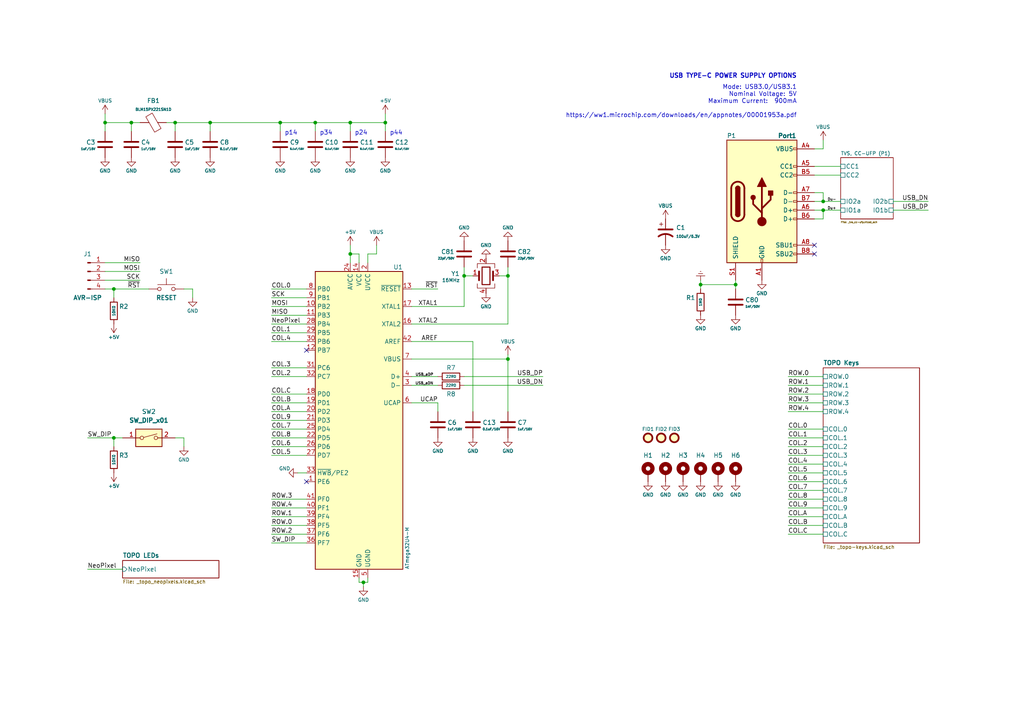
<source format=kicad_sch>
(kicad_sch (version 20211123) (generator eeschema)
  (paper "A4")
  (title_block (title "Keyboard codename \"Topo\"") (date "2023-02-13") (rev "v0") (comment 1 "Owner: Matias Zanches"))
  (lib_symbols
    (symbol "Connector:Conn_01x04_Male" (pin_names (offset 1.016) hide)
      (property "Reference" "J" (at 0 5.08 0))
      (property "Value" "Conn_01x04_Male" (at 0 -7.62 0))
      (symbol "Conn_01x04_Male_1_1"
        (pin passive line (at 5.08 2.54 180) (length 3.81) (name "Pin_1") (number "1"))
        (pin passive line (at 5.08 0 180) (length 3.81) (name "Pin_2") (number "2"))
        (pin passive line (at 5.08 -2.54 180) (length 3.81) (name "Pin_3") (number "3"))
        (pin passive line (at 5.08 -5.08 180) (length 3.81) (name "Pin_4") (number "4"))
      )
    )
    (symbol "Connector:USB_C_Receptacle_USB2.0" (pin_names (offset 1.016))
      (property "Reference" "J" (at -10.16 19.05 0))
      (property "Value" "USB_C_Receptacle_USB2.0" (at 19.05 19.05 0))
      (symbol "USB_C_Receptacle_USB2.0_1_1"
        (pin passive line (at 0 -22.86 90) (length 5.08) (name "GND") (number "A1"))
        (pin passive line (at 0 -22.86 90) (length 5.08) hide (name "GND") (number "A12"))
        (pin passive line (at 15.24 15.24 180) (length 5.08) (name "VBUS") (number "A4"))
        (pin bidirectional line (at 15.24 10.16 180) (length 5.08) (name "CC1") (number "A5"))
        (pin bidirectional line (at 15.24 -2.54 180) (length 5.08) (name "D+") (number "A6"))
        (pin bidirectional line (at 15.24 2.54 180) (length 5.08) (name "D-") (number "A7"))
        (pin bidirectional line (at 15.24 -12.7 180) (length 5.08) (name "SBU1") (number "A8"))
        (pin passive line (at 15.24 15.24 180) (length 5.08) hide (name "VBUS") (number "A9"))
        (pin passive line (at 0 -22.86 90) (length 5.08) hide (name "GND") (number "B1"))
        (pin passive line (at 0 -22.86 90) (length 5.08) hide (name "GND") (number "B12"))
        (pin passive line (at 15.24 15.24 180) (length 5.08) hide (name "VBUS") (number "B4"))
        (pin bidirectional line (at 15.24 7.62 180) (length 5.08) (name "CC2") (number "B5"))
        (pin bidirectional line (at 15.24 -5.08 180) (length 5.08) (name "D+") (number "B6"))
        (pin bidirectional line (at 15.24 0 180) (length 5.08) (name "D-") (number "B7"))
        (pin bidirectional line (at 15.24 -15.24 180) (length 5.08) (name "SBU2") (number "B8"))
        (pin passive line (at 15.24 15.24 180) (length 5.08) hide (name "VBUS") (number "B9"))
        (pin passive line (at -7.62 -22.86 90) (length 5.08) (name "SHIELD") (number "S1"))
      )
    )
    (symbol "Device:C" (pin_numbers hide) (pin_names (offset 0.254))
      (property "Reference" "C" (at 0.635 2.54 0))
      (property "Value" "C" (at 0.635 -2.54 0))
      (symbol "C_1_1"
        (pin passive line (at 0 3.81 270) (length 2.794) (name "~") (number "1"))
        (pin passive line (at 0 -3.81 90) (length 2.794) (name "~") (number "2"))
      )
    )
    (symbol "Device:C_Polarized_US" (pin_numbers hide) (pin_names (offset 0.254) hide)
      (property "Reference" "C" (at 0.635 2.54 0))
      (property "Value" "C_Polarized_US" (at 0.635 -2.54 0))
      (symbol "C_Polarized_US_1_1"
        (pin passive line (at 0 3.81 270) (length 2.794) (name "~") (number "1"))
        (pin passive line (at 0 -3.81 90) (length 3.302) (name "~") (number "2"))
      )
    )
    (symbol "Device:Crystal_GND24" (pin_names (offset 1.016) hide)
      (property "Reference" "Y" (at 3.175 5.08 0))
      (property "Value" "Crystal_GND24" (at 3.175 3.175 0))
      (symbol "Crystal_GND24_1_1"
        (pin passive line (at -3.81 0 0) (length 1.27) (name "1") (number "1"))
        (pin passive line (at 0 5.08 270) (length 1.27) (name "2") (number "2"))
        (pin passive line (at 3.81 0 180) (length 1.27) (name "3") (number "3"))
        (pin passive line (at 0 -5.08 90) (length 1.27) (name "4") (number "4"))
      )
    )
    (symbol "Device:FerriteBead" (pin_numbers hide) (pin_names (offset 0))
      (property "Reference" "FB" (at -3.81 0.635 90))
      (property "Value" "FerriteBead" (at 3.81 0 90))
      (symbol "FerriteBead_1_1"
        (pin passive line (at 0 3.81 270) (length 2.54) (name "~") (number "1"))
        (pin passive line (at 0 -3.81 90) (length 2.54) (name "~") (number "2"))
      )
    )
    (symbol "Device:R" (pin_numbers hide) (pin_names (offset 0))
      (property "Reference" "R" (at 2.032 0 90))
      (property "Value" "R" (at 0 0 90))
      (symbol "R_1_1"
        (pin passive line (at 0 3.81 270) (length 1.27) (name "~") (number "1"))
        (pin passive line (at 0 -3.81 90) (length 1.27) (name "~") (number "2"))
      )
    )
    (symbol "MCU_Microchip_ATmega:ATmega32U4-M"
      (property "Reference" "U" (at -12.7 44.45 0))
      (property "Value" "ATmega32U4-M" (at 2.54 -44.45 0))
      (symbol "ATmega32U4-M_1_1"
        (pin bidirectional line (at 15.24 -17.78 180) (length 2.54) (name "PE6") (number "1"))
        (pin bidirectional line (at 15.24 33.02 180) (length 2.54) (name "PB2") (number "10"))
        (pin bidirectional line (at 15.24 30.48 180) (length 2.54) (name "PB3") (number "11"))
        (pin bidirectional line (at 15.24 20.32 180) (length 2.54) (name "PB7") (number "12"))
        (pin input line (at -15.24 38.1 0) (length 2.54) (name "~{RESET}") (number "13"))
        (pin power_in line (at 0 45.72 270) (length 2.54) (name "VCC") (number "14"))
        (pin power_in line (at 0 -45.72 90) (length 2.54) (name "GND") (number "15"))
        (pin output line (at -15.24 27.94 0) (length 2.54) (name "XTAL2") (number "16"))
        (pin input line (at -15.24 33.02 0) (length 2.54) (name "XTAL1") (number "17"))
        (pin bidirectional line (at 15.24 7.62 180) (length 2.54) (name "PD0") (number "18"))
        (pin bidirectional line (at 15.24 5.08 180) (length 2.54) (name "PD1") (number "19"))
        (pin power_in line (at -2.54 45.72 270) (length 2.54) (name "UVCC") (number "2"))
        (pin bidirectional line (at 15.24 2.54 180) (length 2.54) (name "PD2") (number "20"))
        (pin bidirectional line (at 15.24 0 180) (length 2.54) (name "PD3") (number "21"))
        (pin bidirectional line (at 15.24 -5.08 180) (length 2.54) (name "PD5") (number "22"))
        (pin passive line (at 0 -45.72 90) (length 2.54) hide (name "GND") (number "23"))
        (pin power_in line (at 2.54 45.72 270) (length 2.54) (name "AVCC") (number "24"))
        (pin bidirectional line (at 15.24 -2.54 180) (length 2.54) (name "PD4") (number "25"))
        (pin bidirectional line (at 15.24 -7.62 180) (length 2.54) (name "PD6") (number "26"))
        (pin bidirectional line (at 15.24 -10.16 180) (length 2.54) (name "PD7") (number "27"))
        (pin bidirectional line (at 15.24 27.94 180) (length 2.54) (name "PB4") (number "28"))
        (pin bidirectional line (at 15.24 25.4 180) (length 2.54) (name "PB5") (number "29"))
        (pin bidirectional line (at -15.24 10.16 0) (length 2.54) (name "D-") (number "3"))
        (pin bidirectional line (at 15.24 22.86 180) (length 2.54) (name "PB6") (number "30"))
        (pin bidirectional line (at 15.24 15.24 180) (length 2.54) (name "PC6") (number "31"))
        (pin bidirectional line (at 15.24 12.7 180) (length 2.54) (name "PC7") (number "32"))
        (pin bidirectional line (at 15.24 -15.24 180) (length 2.54) (name "~{HWB}/PE2") (number "33"))
        (pin passive line (at 0 45.72 270) (length 2.54) hide (name "VCC") (number "34"))
        (pin passive line (at 0 -45.72 90) (length 2.54) hide (name "GND") (number "35"))
        (pin bidirectional line (at 15.24 -35.56 180) (length 2.54) (name "PF7") (number "36"))
        (pin bidirectional line (at 15.24 -33.02 180) (length 2.54) (name "PF6") (number "37"))
        (pin bidirectional line (at 15.24 -30.48 180) (length 2.54) (name "PF5") (number "38"))
        (pin bidirectional line (at 15.24 -27.94 180) (length 2.54) (name "PF4") (number "39"))
        (pin bidirectional line (at -15.24 12.7 0) (length 2.54) (name "D+") (number "4"))
        (pin bidirectional line (at 15.24 -25.4 180) (length 2.54) (name "PF1") (number "40"))
        (pin bidirectional line (at 15.24 -22.86 180) (length 2.54) (name "PF0") (number "41"))
        (pin passive line (at -15.24 22.86 0) (length 2.54) (name "AREF") (number "42"))
        (pin passive line (at 0 -45.72 90) (length 2.54) hide (name "GND") (number "43"))
        (pin passive line (at 2.54 45.72 270) (length 2.54) hide (name "AVCC") (number "44"))
        (pin passive line (at 0 -45.72 90) (length 2.54) hide (name "GND") (number "45"))
        (pin passive line (at -2.54 -45.72 90) (length 2.54) (name "UGND") (number "5"))
        (pin passive line (at -15.24 5.08 0) (length 2.54) (name "UCAP") (number "6"))
        (pin input line (at -15.24 17.78 0) (length 2.54) (name "VBUS") (number "7"))
        (pin bidirectional line (at 15.24 38.1 180) (length 2.54) (name "PB0") (number "8"))
        (pin bidirectional line (at 15.24 35.56 180) (length 2.54) (name "PB1") (number "9"))
      )
    )
    (symbol "Mechanical:Fiducial"
      (property "Reference" "FID" (at 0 5.08 0))
      (property "Value" "Fiducial" (at 0 3.175 0))
    )
    (symbol "Mechanical:MountingHole_Pad" (pin_numbers hide) (pin_names (offset 1.016) hide)
      (property "Reference" "H" (at 0 6.35 0))
      (property "Value" "MountingHole_Pad" (at 0 4.445 0))
      (symbol "MountingHole_Pad_1_1"
        (pin input line (at 0 -2.54 90) (length 2.54) (name "1") (number "1"))
      )
    )
    (symbol "Switch:SW_DIP_x01" (pin_names (offset 0) hide)
      (property "Reference" "SW" (at 0 3.81 0))
      (property "Value" "SW_DIP_x01" (at 0 -3.81 0))
      (symbol "SW_DIP_x01_1_1"
        (pin passive line (at -7.62 0 0) (length 5.08) (name "~") (number "1"))
        (pin passive line (at 7.62 0 180) (length 5.08) (name "~") (number "2"))
      )
    )
    (symbol "Switch:SW_Push" (pin_numbers hide) (pin_names (offset 1.016) hide)
      (property "Reference" "SW" (at 1.27 2.54 0))
      (property "Value" "SW_Push" (at 0 -1.524 0))
      (symbol "SW_Push_0_1"
        (pin passive line (at -5.08 0 0) (length 2.54) (name "1") (number "1"))
        (pin passive line (at 5.08 0 180) (length 2.54) (name "2") (number "2"))
      )
    )
    (symbol "power:+5V" (power) (pin_names (offset 0))
      (property "Value" "+5V" (at 0 3.556 0))
      (symbol "+5V_1_1"
        (pin power_in line (at 0 0 90) (length 0) hide (name "+5V") (number "1"))
      )
    )
    (symbol "power:Earth" (power) (pin_names (offset 0))
      (symbol "Earth_1_1"
        (pin power_in line (at 0 0 270) (length 0) hide (name "Earth") (number "1"))
      )
    )
    (symbol "power:GND" (power) (pin_names (offset 0))
      (property "Value" "GND" (at 0 -3.81 0))
      (symbol "GND_1_1"
        (pin power_in line (at 0 0 270) (length 0) hide (name "GND") (number "1"))
      )
    )
    (symbol "power:VBUS" (power) (pin_names (offset 0))
      (property "Value" "VBUS" (at 0 3.81 0))
      (symbol "VBUS_1_1"
        (pin power_in line (at 0 0 90) (length 0) hide (name "VBUS") (number "1"))
      )
    )
  )
  (junction (at 33.02 83.82))
  (junction (at 238.76 58.42))
  (junction (at 203.2 82.55))
  (junction (at 101.6 35.56))
  (junction (at 147.32 104.14))
  (junction (at 101.6 73.66))
  (junction (at 147.32 80.01))
  (junction (at 105.41 168.91))
  (junction (at 111.76 35.56))
  (junction (at 50.8 35.56))
  (junction (at 134.62 80.01))
  (junction (at 33.02 127))
  (junction (at 81.28 35.56))
  (junction (at 60.96 35.56))
  (junction (at 91.44 35.56))
  (junction (at 38.1 35.56))
  (junction (at 238.76 60.96))
  (junction (at 213.36 82.55))
  (junction (at 30.48 35.56))
  (no_connect (at 236.22 71.12))
  (no_connect (at 236.22 73.66))
  (no_connect (at 88.9 139.7))
  (no_connect (at 88.9 101.6))
  (wire (pts (xy 60.96 35.56) (xy 60.96 38.1)))
  (wire (pts (xy 238.76 60.96) (xy 238.76 63.5)))
  (wire (pts (xy 111.76 33.02) (xy 111.76 35.56)))
  (wire (pts (xy 38.1 35.56) (xy 38.1 38.1)))
  (wire (pts (xy 33.02 86.36) (xy 33.02 83.82)))
  (wire (pts (xy 60.96 35.56) (xy 81.28 35.56)))
  (wire (pts (xy 78.74 119.38) (xy 88.9 119.38)))
  (wire (pts (xy 228.6 149.86) (xy 238.76 149.86)))
  (wire (pts (xy 111.76 35.56) (xy 111.76 38.1)))
  (wire (pts (xy 228.6 144.78) (xy 238.76 144.78)))
  (wire (pts (xy 78.74 109.22) (xy 88.9 109.22)))
  (wire (pts (xy 30.48 33.02) (xy 30.48 35.56)))
  (wire (pts (xy 78.74 86.36) (xy 88.9 86.36)))
  (wire (pts (xy 30.48 35.56) (xy 30.48 38.1)))
  (wire (pts (xy 238.76 63.5) (xy 236.22 63.5)))
  (wire (pts (xy 78.74 116.84) (xy 88.9 116.84)))
  (wire (pts (xy 78.74 106.68) (xy 88.9 106.68)))
  (wire (pts (xy 50.8 35.56) (xy 60.96 35.56)))
  (wire (pts (xy 30.48 35.56) (xy 38.1 35.56)))
  (wire (pts (xy 101.6 76.2) (xy 101.6 73.66)))
  (wire (pts (xy 50.8 35.56) (xy 50.8 38.1)))
  (wire (pts (xy 55.88 83.82) (xy 53.34 83.82)))
  (wire (pts (xy 109.22 73.66) (xy 106.68 73.66)))
  (wire (pts (xy 238.76 60.96) (xy 243.84 60.96)))
  (wire (pts (xy 78.74 127) (xy 88.9 127)))
  (wire (pts (xy 147.32 102.87) (xy 147.32 104.14)))
  (wire (pts (xy 228.6 134.62) (xy 238.76 134.62)))
  (wire (pts (xy 81.28 35.56) (xy 91.44 35.56)))
  (wire (pts (xy 127 83.82) (xy 119.38 83.82)))
  (wire (pts (xy 104.14 168.91) (xy 105.41 168.91)))
  (wire (pts (xy 228.6 137.16) (xy 238.76 137.16)))
  (wire (pts (xy 119.38 111.76) (xy 127 111.76)))
  (wire (pts (xy 134.62 80.01) (xy 137.16 80.01)))
  (wire (pts (xy 48.26 35.56) (xy 50.8 35.56)))
  (wire (pts (xy 203.2 81.28) (xy 203.2 82.55)))
  (wire (pts (xy 105.41 168.91) (xy 105.41 170.18)))
  (wire (pts (xy 203.2 82.55) (xy 203.2 83.82)))
  (wire (pts (xy 134.62 109.22) (xy 157.48 109.22)))
  (wire (pts (xy 78.74 144.78) (xy 88.9 144.78)))
  (wire (pts (xy 127 119.38) (xy 127 116.84)))
  (wire (pts (xy 259.08 58.42) (xy 269.24 58.42)))
  (wire (pts (xy 106.68 73.66) (xy 106.68 76.2)))
  (wire (pts (xy 228.6 147.32) (xy 238.76 147.32)))
  (wire (pts (xy 238.76 43.18) (xy 236.22 43.18)))
  (wire (pts (xy 109.22 71.12) (xy 109.22 73.66)))
  (wire (pts (xy 106.68 168.91) (xy 106.68 167.64)))
  (wire (pts (xy 78.74 157.48) (xy 88.9 157.48)))
  (wire (pts (xy 238.76 55.88) (xy 238.76 58.42)))
  (wire (pts (xy 78.74 114.3) (xy 88.9 114.3)))
  (wire (pts (xy 33.02 129.54) (xy 33.02 127)))
  (wire (pts (xy 119.38 116.84) (xy 127 116.84)))
  (wire (pts (xy 228.6 154.94) (xy 238.76 154.94)))
  (wire (pts (xy 78.74 96.52) (xy 88.9 96.52)))
  (wire (pts (xy 228.6 152.4) (xy 238.76 152.4)))
  (wire (pts (xy 53.34 129.54) (xy 53.34 127)))
  (wire (pts (xy 147.32 119.38) (xy 147.32 104.14)))
  (wire (pts (xy 203.2 82.55) (xy 213.36 82.55)))
  (wire (pts (xy 91.44 35.56) (xy 91.44 38.1)))
  (wire (pts (xy 213.36 82.55) (xy 213.36 83.82)))
  (wire (pts (xy 228.6 109.22) (xy 238.76 109.22)))
  (wire (pts (xy 228.6 139.7) (xy 238.76 139.7)))
  (wire (pts (xy 101.6 73.66) (xy 104.14 73.66)))
  (wire (pts (xy 119.38 109.22) (xy 127 109.22)))
  (wire (pts (xy 147.32 80.01) (xy 147.32 93.98)))
  (wire (pts (xy 228.6 129.54) (xy 238.76 129.54)))
  (wire (pts (xy 137.16 99.06) (xy 137.16 119.38)))
  (wire (pts (xy 86.36 137.16) (xy 88.9 137.16)))
  (wire (pts (xy 119.38 104.14) (xy 147.32 104.14)))
  (wire (pts (xy 228.6 119.38) (xy 238.76 119.38)))
  (wire (pts (xy 53.34 127) (xy 50.8 127)))
  (wire (pts (xy 157.48 111.76) (xy 134.62 111.76)))
  (wire (pts (xy 213.36 81.28) (xy 213.36 82.55)))
  (wire (pts (xy 119.38 88.9) (xy 134.62 88.9)))
  (wire (pts (xy 78.74 152.4) (xy 88.9 152.4)))
  (wire (pts (xy 147.32 77.47) (xy 147.32 80.01)))
  (wire (pts (xy 91.44 35.56) (xy 101.6 35.56)))
  (wire (pts (xy 238.76 58.42) (xy 243.84 58.42)))
  (wire (pts (xy 78.74 149.86) (xy 88.9 149.86)))
  (wire (pts (xy 236.22 50.8) (xy 243.84 50.8)))
  (wire (pts (xy 81.28 35.56) (xy 81.28 38.1)))
  (wire (pts (xy 104.14 76.2) (xy 104.14 73.66)))
  (wire (pts (xy 101.6 35.56) (xy 101.6 38.1)))
  (wire (pts (xy 33.02 83.82) (xy 30.48 83.82)))
  (wire (pts (xy 38.1 35.56) (xy 40.64 35.56)))
  (wire (pts (xy 259.08 60.96) (xy 269.24 60.96)))
  (wire (pts (xy 40.64 81.28) (xy 30.48 81.28)))
  (wire (pts (xy 78.74 132.08) (xy 88.9 132.08)))
  (wire (pts (xy 78.74 99.06) (xy 88.9 99.06)))
  (wire (pts (xy 134.62 88.9) (xy 134.62 80.01)))
  (wire (pts (xy 119.38 99.06) (xy 137.16 99.06)))
  (wire (pts (xy 236.22 55.88) (xy 238.76 55.88)))
  (wire (pts (xy 78.74 83.82) (xy 88.9 83.82)))
  (wire (pts (xy 228.6 111.76) (xy 238.76 111.76)))
  (wire (pts (xy 104.14 167.64) (xy 104.14 168.91)))
  (wire (pts (xy 228.6 116.84) (xy 238.76 116.84)))
  (wire (pts (xy 236.22 60.96) (xy 238.76 60.96)))
  (wire (pts (xy 25.4 127) (xy 33.02 127)))
  (wire (pts (xy 25.4 165.1) (xy 35.56 165.1)))
  (wire (pts (xy 228.6 124.46) (xy 238.76 124.46)))
  (wire (pts (xy 101.6 35.56) (xy 111.76 35.56)))
  (wire (pts (xy 33.02 83.82) (xy 43.18 83.82)))
  (wire (pts (xy 78.74 154.94) (xy 88.9 154.94)))
  (wire (pts (xy 119.38 93.98) (xy 147.32 93.98)))
  (wire (pts (xy 33.02 127) (xy 35.56 127)))
  (wire (pts (xy 40.64 78.74) (xy 30.48 78.74)))
  (wire (pts (xy 78.74 147.32) (xy 88.9 147.32)))
  (wire (pts (xy 144.78 80.01) (xy 147.32 80.01)))
  (wire (pts (xy 228.6 114.3) (xy 238.76 114.3)))
  (wire (pts (xy 228.6 142.24) (xy 238.76 142.24)))
  (wire (pts (xy 228.6 127) (xy 238.76 127)))
  (wire (pts (xy 105.41 168.91) (xy 106.68 168.91)))
  (wire (pts (xy 40.64 76.2) (xy 30.48 76.2)))
  (wire (pts (xy 78.74 91.44) (xy 88.9 91.44)))
  (wire (pts (xy 55.88 86.36) (xy 55.88 83.82)))
  (wire (pts (xy 78.74 121.92) (xy 88.9 121.92)))
  (wire (pts (xy 78.74 129.54) (xy 88.9 129.54)))
  (wire (pts (xy 101.6 71.12) (xy 101.6 73.66)))
  (wire (pts (xy 236.22 48.26) (xy 243.84 48.26)))
  (wire (pts (xy 78.74 93.98) (xy 88.9 93.98)))
  (wire (pts (xy 78.74 88.9) (xy 88.9 88.9)))
  (wire (pts (xy 238.76 58.42) (xy 236.22 58.42)))
  (wire (pts (xy 238.76 40.64) (xy 238.76 43.18)))
  (wire (pts (xy 78.74 124.46) (xy 88.9 124.46)))
  (wire (pts (xy 134.62 77.47) (xy 134.62 80.01)))
  (wire (pts (xy 228.6 132.08) (xy 238.76 132.08)))
  (text "p24" (at 102.87 39.37 0) (effects (font (size 1.27 1.27)) (justify left bottom)))
  (text "p34" (at 92.71 39.37 0) (effects (font (size 1.27 1.27)) (justify left bottom)))
  (text "USB TYPE-C POWER SUPPLY OPTIONS" (at 231.14 22.86 180) (effects (font (size 1.27 1.27) (thickness 0.254) bold) (justify right bottom)))
  (text "p14" (at 82.55 39.37 0) (effects (font (size 1.27 1.27)) (justify left bottom)))
  (text "Mode: USB3.0/USB3.1\nNominal Voltage: 5V\nMaximum Current:  900mA\n\nhttps://ww1.microchip.com/downloads/en/appnotes/00001953a.pdf" (at 231.14 34.29 180) (effects (font (size 1.27 1.27)) (justify right bottom)))
  (text "p44" (at 113.03 39.37 0) (effects (font (size 1.27 1.27)) (justify left bottom)))
  (label "ROW.0" (at 228.6 109.22 0))
  (label "COL.6" (at 78.74 129.54 0))
  (label "ROW.1" (at 78.74 149.86 0))
  (label "NeoPixel" (at 25.4 165.1 0))
  (label "MISO" (at 78.74 91.44 0))
  (label "COL.C" (at 78.74 114.3 0))
  (label "COL.C" (at 228.6 154.94 0))
  (label "COL.8" (at 78.74 127 0))
  (label "XTAL2" (at 127 93.98 180))
  (label "COL.3" (at 78.74 106.68 0))
  (label "~{RST}" (at 127 83.82 180))
  (label "COL.A" (at 78.74 119.38 0))
  (label "~{RST}" (at 40.64 83.82 180))
  (label "USB_DN" (at 157.48 111.76 180))
  (label "USB_DN" (at 269.24 58.42 180))
  (label "ROW.2" (at 228.6 114.3 0))
  (label "COL.9" (at 228.6 147.32 0))
  (label "COL.B" (at 228.6 152.4 0))
  (label "MOSI" (at 40.64 78.74 180))
  (label "AREF" (at 127 99.06 180))
  (label "NeoPixel" (at 78.74 93.98 0))
  (label "COL.6" (at 228.6 139.7 0))
  (label "SCK" (at 40.64 81.28 180))
  (label "USB_aDP" (at 125.73 109.22 180) (effects (font (size 0.762 0.762))))
  (label "COL.1" (at 78.74 96.52 0))
  (label "COL.2" (at 228.6 129.54 0))
  (label "ROW.1" (at 228.6 111.76 0))
  (label "ROW.0" (at 78.74 152.4 0))
  (label "COL.5" (at 228.6 137.16 0))
  (label "UCAP" (at 127 116.84 180))
  (label "COL.2" (at 78.74 109.22 0))
  (label "MOSI" (at 78.74 88.9 0))
  (label "COL.7" (at 78.74 124.46 0))
  (label "MISO" (at 40.64 76.2 180))
  (label "Du+" (at 242.57 60.96 180) (effects (font (size 0.762 0.762))))
  (label "SW_DIP" (at 78.74 157.48 0))
  (label "ROW.3" (at 228.6 116.84 0))
  (label "COL.8" (at 228.6 144.78 0))
  (label "USB_aDN" (at 125.73 111.76 180) (effects (font (size 0.762 0.762))))
  (label "ROW.4" (at 78.74 147.32 0))
  (label "COL.B" (at 78.74 116.84 0))
  (label "COL.0" (at 78.74 83.82 0))
  (label "ROW.4" (at 228.6 119.38 0))
  (label "XTAL1" (at 127 88.9 180))
  (label "COL.4" (at 78.74 99.06 0))
  (label "ROW.3" (at 78.74 144.78 0))
  (label "SCK" (at 78.74 86.36 0))
  (label "Du-" (at 242.57 58.42 180) (effects (font (size 0.762 0.762))))
  (label "USB_DP" (at 269.24 60.96 180))
  (label "COL.A" (at 228.6 149.86 0))
  (label "COL.9" (at 78.74 121.92 0))
  (label "COL.3" (at 228.6 132.08 0))
  (label "USB_DP" (at 157.48 109.22 180))
  (label "COL.5" (at 78.74 132.08 0))
  (label "SW_DIP" (at 25.4 127 0))
  (label "COL.1" (at 228.6 127 0))
  (label "COL.4" (at 228.6 134.62 0))
  (label "COL.0" (at 228.6 124.46 0))
  (label "COL.7" (at 228.6 142.24 0))
  (label "ROW.2" (at 78.74 154.94 0))
  (symbol (lib_id "power:GND") (at 105.41 170.18 0) (unit 1)
    (property "Reference" "#PWR0297" (effects hide))
    (property "Value" "GND" (at 105.41 173.99 0) (effects (font (size 1.016 1.016))))
  )
  (symbol (lib_id "Device:C") (at 81.28 41.91 0) (unit 1)
    (property "Reference" "C9" (at 84.074 41.2749 0) (effects (justify left)))
    (property "Value" "0.1uF/16V" (at 84.074 43.18 0) (effects (font (size 0.508 0.508)) (justify left)))
    (property "Footprint" "Capacitor_SMD:C_0402_1005Metric" (effects hide))
    (property "Datasheet" "https://media.digikey.com/pdf/Data%20Sheets/Samsung%20PDFs/CL05B104KO5NNNC.pdf" (effects hide))
    (property "Manufacturer" "Samsung Electro-Mechanics" (effects hide))
    (property "Part Number" "CL05B104KO5NNNC" (effects hide))
    (property "Digi-Key" "1276-1001-1-ND" (effects hide))
    (property "Mouser" "187-CL05B104KO5NNNC" (effects hide))
    (property "LCSC" "C1525" (effects hide))
    (property "Package_LCSC" "0402" (effects hide))
  )
  (symbol (lib_id "power:GND") (at 140.97 85.09 0) (mirror y) (unit 1)
    (property "Reference" "#PWR0275" (effects hide))
    (property "Value" "GND" (at 140.97 88.9 0) (effects (font (size 1.016 1.016))))
  )
  (symbol (lib_id "Device:C") (at 137.16 123.19 0) (unit 1)
    (property "Reference" "C13" (at 139.954 122.5549 0) (effects (justify left)))
    (property "Value" "0.1uF/16V" (at 139.954 124.46 0) (effects (font (size 0.635 0.635)) (justify left)))
    (property "Footprint" "Capacitor_SMD:C_0402_1005Metric" (effects hide))
    (property "Datasheet" "https://media.digikey.com/pdf/Data%20Sheets/Samsung%20PDFs/CL05B104KO5NNNC.pdf" (effects hide))
    (property "Manufacturer" "Samsung Electro-Mechanics" (effects hide))
    (property "Part Number" "CL05B104KO5NNNC" (effects hide))
    (property "Digi-Key" "1276-1001-1-ND" (effects hide))
    (property "Mouser" "187-CL05B104KO5NNNC" (effects hide))
    (property "LCSC" "C1525" (effects hide))
    (property "Package_LCSC" "0402" (effects hide))
  )
  (symbol (lib_id "power:GND") (at 101.6 45.72 0) (unit 1)
    (property "Reference" "#PWR0290" (effects hide))
    (property "Value" "GND" (at 101.6 49.53 0) (effects (font (size 1.016 1.016))))
  )
  (symbol (lib_id "power:GND") (at 208.28 139.7 0) (unit 1)
    (property "Reference" "#PWR0279" (effects hide))
    (property "Value" "GND" (at 208.28 143.51 0) (effects (font (size 1.016 1.016))))
  )
  (symbol (lib_id "power:GND") (at 147.32 69.85 0) (mirror x) (unit 1)
    (property "Reference" "#PWR0272" (effects hide))
    (property "Value" "GND" (at 147.32 66.04 0) (effects (font (size 1.016 1.016))))
  )
  (symbol (lib_id "power:GND") (at 91.44 45.72 0) (unit 1)
    (property "Reference" "#PWR0287" (effects hide))
    (property "Value" "GND" (at 91.44 49.53 0) (effects (font (size 1.016 1.016))))
  )
  (symbol (lib_id "Device:R") (at 33.02 133.35 0) (unit 1)
    (property "Reference" "R3" (at 34.544 132.0799 0) (effects (justify left)))
    (property "Value" "10K0" (at 33.02 133.35 90) (effects (font (size 0.762 0.762))))
    (property "Footprint" "Resistor_SMD:R_0402_1005Metric" (effects hide))
    (property "Datasheet" "https://www.yageo.com/upload/media/product/productsearch/datasheet/rchip/PYu-RC_Group_51_RoHS_L_11.pdf" (effects hide))
    (property "Digi-Key" "311-10.0KLRCT-ND" (effects hide))
    (property "LCSC" "C60490" (effects hide))
    (property "Manufacturer" "YAGEO" (effects hide))
    (property "Mouser" "603-RC0402FR-0710KL" (effects hide))
    (property "Part Number" "RC0402FR-0710KL" (effects hide))
    (property "Package_LCSC" "0402" (effects hide))
  )
  (symbol (lib_id "power:VBUS") (at 238.76 40.64 0) (unit 1)
    (property "Reference" "#PWR0266" (effects hide))
    (property "Value" "VBUS" (at 238.76 36.83 0) (effects (font (size 1.016 1.016))))
  )
  (symbol (lib_id "Connector:Conn_01x04_Male") (at 25.4 78.74 0) (unit 1)
    (property "Reference" "J1" (at 25.4 73.66 0))
    (property "Value" "AVR-ISP" (at 25.4 86.36 0) (effects (font bold)))
    (property "Footprint" "_local:PinHeader_1x04_Amphenol_10112684-G03-04ULF_mod" (effects hide))
    (property "Datasheet" "https://cdn.amphenol-cs.com/media/wysiwyg/files/documentation/datasheet/boardwiretoboard/bwb_minitek2.0mm_smt_horizontalheaders.pdf" (effects hide))
    (property "Digi-Key" "609-4381-ND" (effects hide))
    (property "LCSC" "- - -" (effects hide))
    (property "Manufacturer" "Amphenol ICC (FCI)" (effects hide))
    (property "Mouser" "649-10112684G0304ULF" (effects hide))
    (property "Part Number" "10112684-G03-04ULF" (effects hide))
    (property "Package_LCSC" "- - -" (effects hide))
  )
  (symbol (lib_id "power:GND") (at 30.48 45.72 0) (unit 1)
    (property "Reference" "#PWR0300" (effects hide))
    (property "Value" "GND" (at 30.48 49.53 0) (effects (font (size 1.016 1.016))))
  )
  (symbol (lib_id "Device:R") (at 33.02 90.17 0) (unit 1)
    (property "Reference" "R2" (at 34.544 88.8999 0) (effects (justify left)))
    (property "Value" "10K0" (at 33.02 90.17 90) (effects (font (size 0.762 0.762))))
    (property "Footprint" "Resistor_SMD:R_0402_1005Metric" (effects hide))
    (property "Datasheet" "https://www.yageo.com/upload/media/product/productsearch/datasheet/rchip/PYu-RC_Group_51_RoHS_L_11.pdf" (effects hide))
    (property "Digi-Key" "311-10.0KLRCT-ND" (effects hide))
    (property "LCSC" "C60490" (effects hide))
    (property "Manufacturer" "YAGEO" (effects hide))
    (property "Mouser" "603-RC0402FR-0710KL" (effects hide))
    (property "Part Number" "RC0402FR-0710KL" (effects hide))
    (property "Package_LCSC" "0402" (effects hide))
  )
  (symbol (lib_id "power:GND") (at 213.36 139.7 0) (unit 1)
    (property "Reference" "#PWR0278" (effects hide))
    (property "Value" "GND" (at 213.36 143.51 0) (effects (font (size 1.016 1.016))))
  )
  (symbol (lib_id "Mechanical:Fiducial") (at 187.96 127 0) (unit 1) (in_bom no)
    (property "Reference" "FID1" (at 187.96 124.46 0) (effects (font (size 1.016 1.016))))
    (property "Value" "Fiducial" (effects hide))
    (property "Footprint" "Fiducial:Fiducial_0.5mm_Mask1mm" (effects hide))
    (property "Datasheet" "- - -" (effects hide))
    (property "Digi-Key" "- - -" (effects hide))
    (property "LCSC" "- - -" (effects hide))
    (property "Manufacturer" "- - -" (effects hide))
    (property "Mouser" "- - -" (effects hide))
    (property "Part Number" "- - -" (effects hide))
    (property "Package_LCSC" "- - -" (effects hide))
  )
  (symbol (lib_id "power:GND") (at 60.96 45.72 0) (unit 1)
    (property "Reference" "#PWR0302" (effects hide))
    (property "Value" "GND" (at 60.96 49.53 0) (effects (font (size 1.016 1.016))))
  )
  (symbol (lib_id "Device:C") (at 134.62 73.66 0) (mirror y) (unit 1)
    (property "Reference" "C81" (at 131.826 73.0249 0) (effects (justify left)))
    (property "Value" "22pF/50V" (at 131.826 74.93 0) (effects (font (size 0.635 0.635)) (justify left)))
    (property "Footprint" "Capacitor_SMD:C_0402_1005Metric" (effects hide))
    (property "Datasheet" "https://media.digikey.com/pdf/Data%20Sheets/Samsung%20PDFs/CL05C220JB5NNNC_Spec.pdf" (effects hide))
    (property "Manufacturer" "Samsung Electro-Mechanics" (effects hide))
    (property "Part Number" "CL05C220JB5NNNC" (effects hide))
    (property "Digi-Key" "1276-1116-1-ND" (effects hide))
    (property "Mouser" "187-CL05C220JB5NNNC" (effects hide))
    (property "LCSC" "C70464" (effects hide))
    (property "Package_LCSC" "0402" (effects hide))
  )
  (symbol (lib_id "Device:C") (at 91.44 41.91 0) (unit 1)
    (property "Reference" "C10" (at 94.234 41.2749 0) (effects (justify left)))
    (property "Value" "0.1uF/16V" (at 94.234 43.18 0) (effects (font (size 0.508 0.508)) (justify left)))
    (property "Footprint" "Capacitor_SMD:C_0402_1005Metric" (effects hide))
    (property "Datasheet" "https://media.digikey.com/pdf/Data%20Sheets/Samsung%20PDFs/CL05B104KO5NNNC.pdf" (effects hide))
    (property "Manufacturer" "Samsung Electro-Mechanics" (effects hide))
    (property "Part Number" "CL05B104KO5NNNC" (effects hide))
    (property "Digi-Key" "1276-1001-1-ND" (effects hide))
    (property "Mouser" "187-CL05B104KO5NNNC" (effects hide))
    (property "LCSC" "C1525" (effects hide))
    (property "Package_LCSC" "0402" (effects hide))
  )
  (symbol (lib_id "Device:C") (at 60.96 41.91 0) (unit 1)
    (property "Reference" "C8" (at 63.754 41.2749 0) (effects (justify left)))
    (property "Value" "0.1uF/16V" (at 63.754 43.18 0) (effects (font (size 0.635 0.635)) (justify left)))
    (property "Footprint" "Capacitor_SMD:C_0402_1005Metric" (effects hide))
    (property "Datasheet" "https://media.digikey.com/pdf/Data%20Sheets/Samsung%20PDFs/CL05B104KO5NNNC.pdf" (effects hide))
    (property "Manufacturer" "Samsung Electro-Mechanics" (effects hide))
    (property "Part Number" "CL05B104KO5NNNC" (effects hide))
    (property "Digi-Key" "1276-1001-1-ND" (effects hide))
    (property "Mouser" "187-CL05B104KO5NNNC" (effects hide))
    (property "LCSC" "C1525" (effects hide))
    (property "Package_LCSC" "0402" (effects hide))
  )
  (symbol (lib_id "power:GND") (at 134.62 69.85 0) (mirror x) (unit 1)
    (property "Reference" "#PWR0286" (effects hide))
    (property "Value" "GND" (at 134.62 66.04 0) (effects (font (size 1.016 1.016))))
  )
  (symbol (lib_id "power:Earth") (at 203.2 81.28 180) (unit 1)
    (property "Reference" "#PWR0270" (effects hide))
    (property "Value" "Earth" (effects hide))
  )
  (symbol (lib_id "power:GND") (at 220.98 81.28 0) (unit 1)
    (property "Reference" "#PWR0265" (effects hide))
    (property "Value" "GND" (at 220.98 85.09 0) (effects (font (size 1.016 1.016))))
  )
  (symbol (lib_id "Mechanical:MountingHole_Pad") (at 198.12 137.16 0) (unit 1)
    (property "Reference" "H3" (at 198.12 132.08 0))
    (property "Value" "MountingHole_Pad" (effects hide))
    (property "Footprint" "_local:Standoff_M2d5_Wurth_9774040151R_mod" (effects hide))
    (property "Datasheet" "https://media.digikey.com/pdf/Data%20Sheets/Wurth%20Electronics%20PDFs/WA-SMSx_Performance_Flyer.pdf" (effects hide))
    (property "Digi-Key" "732-7089-1-ND" (effects hide))
    (property "LCSC" "- - -" (effects hide))
    (property "Manufacturer" "Würth Elektronik" (effects hide))
    (property "Mouser" "710-9774040151R" (effects hide))
    (property "Part Number" "9774040151R" (effects hide))
    (property "Package_LCSC" "- - -" (effects hide))
  )
  (symbol (lib_id "Device:Crystal_GND24") (at 140.97 80.01 0) (unit 1)
    (property "Reference" "Y1" (at 133.35 79.375 0) (effects (justify right)))
    (property "Value" "16MHz" (at 133.35 81.28 0) (effects (font (size 1.016 1.016)) (justify right)))
    (property "Footprint" "Crystal:Crystal_SMD_Abracon_ABM8G-4Pin_3.2x2.5mm" (effects hide))
    (property "Datasheet" "https://abracon.com/Resonators/ABM8G.pdf" (effects hide))
    (property "Digi-Key" "535-10267-1-ND" (effects hide))
    (property "LCSC" "C1985423" (effects hide))
    (property "Manufacturer" "Abracon LLC" (effects hide))
    (property "Mouser" "815-ABM8G-16-18D2Y" (effects hide))
    (property "Part Number" "ABM8G-16.000MHZ-18-D2Y-T" (effects hide))
    (property "Package_LCSC" "SMD-4P" (effects hide))
  )
  (symbol (lib_id "Mechanical:Fiducial") (at 191.77 127 0) (unit 1) (in_bom no)
    (property "Reference" "FID2" (at 191.77 124.46 0) (effects (font (size 1.016 1.016))))
    (property "Value" "Fiducial" (effects hide))
    (property "Footprint" "Fiducial:Fiducial_0.5mm_Mask1mm" (effects hide))
    (property "Datasheet" "- - -" (effects hide))
    (property "Digi-Key" "- - -" (effects hide))
    (property "LCSC" "- - -" (effects hide))
    (property "Manufacturer" "- - -" (effects hide))
    (property "Mouser" "- - -" (effects hide))
    (property "Part Number" "- - -" (effects hide))
    (property "Package_LCSC" "- - -" (effects hide))
  )
  (symbol (lib_id "Mechanical:MountingHole_Pad") (at 203.2 137.16 0) (unit 1)
    (property "Reference" "H4" (at 203.2 132.08 0))
    (property "Value" "MountingHole_Pad" (effects hide))
    (property "Footprint" "_local:Standoff_M2d5_Wurth_9774040151R_mod" (effects hide))
    (property "Datasheet" "https://media.digikey.com/pdf/Data%20Sheets/Wurth%20Electronics%20PDFs/WA-SMSx_Performance_Flyer.pdf" (effects hide))
    (property "Digi-Key" "732-7089-1-ND" (effects hide))
    (property "LCSC" "- - -" (effects hide))
    (property "Manufacturer" "Würth Elektronik" (effects hide))
    (property "Mouser" "710-9774040151R" (effects hide))
    (property "Part Number" "9774040151R" (effects hide))
    (property "Package_LCSC" "- - -" (effects hide))
  )
  (symbol (lib_id "power:GND") (at 53.34 129.54 0) (mirror y) (unit 1)
    (property "Reference" "#PWR0293" (effects hide))
    (property "Value" "GND" (at 53.34 133.35 0) (effects (font (size 1.016 1.016))))
  )
  (symbol (lib_id "power:GND") (at 50.8 45.72 0) (unit 1)
    (property "Reference" "#PWR0301" (effects hide))
    (property "Value" "GND" (at 50.8 49.53 0) (effects (font (size 1.016 1.016))))
  )
  (symbol (lib_id "power:+5V") (at 33.02 93.98 180) (unit 1)
    (property "Reference" "#PWR0296" (effects hide))
    (property "Value" "+5V" (at 33.02 97.79 0) (effects (font (size 1.016 1.016))))
  )
  (symbol (lib_id "Device:C") (at 101.6 41.91 0) (unit 1)
    (property "Reference" "C11" (at 104.394 41.2749 0) (effects (justify left)))
    (property "Value" "0.1uF/16V" (at 104.394 43.18 0) (effects (font (size 0.508 0.508)) (justify left)))
    (property "Footprint" "Capacitor_SMD:C_0402_1005Metric" (effects hide))
    (property "Datasheet" "https://media.digikey.com/pdf/Data%20Sheets/Samsung%20PDFs/CL05B104KO5NNNC.pdf" (effects hide))
    (property "Manufacturer" "Samsung Electro-Mechanics" (effects hide))
    (property "Part Number" "CL05B104KO5NNNC" (effects hide))
    (property "Digi-Key" "1276-1001-1-ND" (effects hide))
    (property "Mouser" "187-CL05B104KO5NNNC" (effects hide))
    (property "LCSC" "C1525" (effects hide))
    (property "Package_LCSC" "0402" (effects hide))
  )
  (symbol (lib_id "power:GND") (at 147.32 127 0) (unit 1)
    (property "Reference" "#PWR0276" (effects hide))
    (property "Value" "GND" (at 147.32 130.81 0) (effects (font (size 1.016 1.016))))
  )
  (symbol (lib_id "power:GND") (at 193.04 71.12 0) (unit 1)
    (property "Reference" "#PWR0269" (effects hide))
    (property "Value" "GND" (at 193.04 74.93 0) (effects (font (size 1.016 1.016))))
  )
  (symbol (lib_id "power:GND") (at 81.28 45.72 0) (unit 1)
    (property "Reference" "#PWR0288" (effects hide))
    (property "Value" "GND" (at 81.28 49.53 0) (effects (font (size 1.016 1.016))))
  )
  (symbol (lib_id "Device:C") (at 147.32 73.66 0) (unit 1)
    (property "Reference" "C82" (at 150.114 73.0249 0) (effects (justify left)))
    (property "Value" "22pF/50V" (at 150.114 74.93 0) (effects (font (size 0.635 0.635)) (justify left)))
    (property "Footprint" "Capacitor_SMD:C_0402_1005Metric" (effects hide))
    (property "Datasheet" "https://media.digikey.com/pdf/Data%20Sheets/Samsung%20PDFs/CL05C220JB5NNNC_Spec.pdf" (effects hide))
    (property "Manufacturer" "Samsung Electro-Mechanics" (effects hide))
    (property "Part Number" "CL05C220JB5NNNC" (effects hide))
    (property "Digi-Key" "1276-1116-1-ND" (effects hide))
    (property "Mouser" "187-CL05C220JB5NNNC" (effects hide))
    (property "LCSC" "C70464" (effects hide))
    (property "Package_LCSC" "0402" (effects hide))
  )
  (symbol (lib_id "power:GND") (at 127 127 0) (unit 1)
    (property "Reference" "#PWR0298" (effects hide))
    (property "Value" "GND" (at 127 130.81 0) (effects (font (size 1.016 1.016))))
  )
  (symbol (lib_id "power:GND") (at 193.04 139.7 0) (unit 1)
    (property "Reference" "#PWR0283" (effects hide))
    (property "Value" "GND" (at 193.04 143.51 0) (effects (font (size 1.016 1.016))))
  )
  (symbol (lib_id "power:VBUS") (at 193.04 63.5 0) (unit 1)
    (property "Reference" "#PWR0271" (effects hide))
    (property "Value" "VBUS" (at 193.04 59.69 0) (effects (font (size 1.016 1.016))))
  )
  (symbol (lib_id "power:VBUS") (at 30.48 33.02 0) (unit 1)
    (property "Reference" "#PWR0303" (effects hide))
    (property "Value" "VBUS" (at 30.48 29.21 0) (effects (font (size 1.016 1.016))))
  )
  (symbol (lib_id "Device:C") (at 127 123.19 0) (mirror x) (unit 1)
    (property "Reference" "C6" (at 129.794 122.5549 0) (effects (justify left)))
    (property "Value" "1uF/16V" (at 129.794 124.46 0) (effects (font (size 0.635 0.635)) (justify left)))
    (property "Footprint" "Capacitor_SMD:C_0402_1005Metric" (effects hide))
    (property "Datasheet" "https://media.digikey.com/pdf/Data%20Sheets/Samsung%20PDFs/CL05A105KO5NNNC_Spec_5-2-19.pdf" (effects hide))
    (property "Manufacturer" "Samsung Electro-Mechanics" (effects hide))
    (property "Part Number" "CL05A105KO5NNNC" (effects hide))
    (property "Digi-Key" "1276-1067-1-ND" (effects hide))
    (property "Mouser" "187-CL05A105KO5NNNC" (effects hide))
    (property "LCSC" "C29266" (effects hide))
    (property "Package_LCSC" "0402" (effects hide))
  )
  (symbol (lib_id "Device:C") (at 38.1 41.91 0) (mirror x) (unit 1)
    (property "Reference" "C4" (at 40.894 41.2749 0) (effects (justify left)))
    (property "Value" "1uF/16V" (at 40.894 43.18 0) (effects (font (size 0.635 0.635)) (justify left)))
    (property "Footprint" "Capacitor_SMD:C_0402_1005Metric" (effects hide))
    (property "Datasheet" "https://media.digikey.com/pdf/Data%20Sheets/Samsung%20PDFs/CL05A105KO5NNNC_Spec_5-2-19.pdf" (effects hide))
    (property "Manufacturer" "Samsung Electro-Mechanics" (effects hide))
    (property "Part Number" "CL05A105KO5NNNC" (effects hide))
    (property "Digi-Key" "1276-1067-1-ND" (effects hide))
    (property "Mouser" "187-CL05A105KO5NNNC" (effects hide))
    (property "LCSC" "C29266" (effects hide))
    (property "Package_LCSC" "0402" (effects hide))
  )
  (symbol (lib_id "power:GND") (at 187.96 139.7 0) (unit 1)
    (property "Reference" "#PWR0281" (effects hide))
    (property "Value" "GND" (at 187.96 143.51 0) (effects (font (size 1.016 1.016))))
  )
  (symbol (lib_id "power:GND") (at 38.1 45.72 0) (unit 1)
    (property "Reference" "#PWR0299" (effects hide))
    (property "Value" "GND" (at 38.1 49.53 0) (effects (font (size 1.016 1.016))))
  )
  (symbol (lib_id "Device:C") (at 147.32 123.19 0) (mirror x) (unit 1)
    (property "Reference" "C7" (at 150.114 122.5549 0) (effects (justify left)))
    (property "Value" "1uF/16V" (at 150.114 124.46 0) (effects (font (size 0.635 0.635)) (justify left)))
    (property "Footprint" "Capacitor_SMD:C_0402_1005Metric" (effects hide))
    (property "Datasheet" "https://media.digikey.com/pdf/Data%20Sheets/Samsung%20PDFs/CL05A105KO5NNNC_Spec_5-2-19.pdf" (effects hide))
    (property "Manufacturer" "Samsung Electro-Mechanics" (effects hide))
    (property "Part Number" "CL05A105KO5NNNC" (effects hide))
    (property "Digi-Key" "1276-1067-1-ND" (effects hide))
    (property "Mouser" "187-CL05A105KO5NNNC" (effects hide))
    (property "LCSC" "C29266" (effects hide))
    (property "Package_LCSC" "0402" (effects hide))
  )
  (symbol (lib_id "Mechanical:Fiducial") (at 195.58 127 0) (unit 1) (in_bom no)
    (property "Reference" "FID3" (at 195.58 124.46 0) (effects (font (size 1.016 1.016))))
    (property "Value" "Fiducial" (effects hide))
    (property "Footprint" "Fiducial:Fiducial_0.5mm_Mask1mm" (effects hide))
    (property "Datasheet" "- - -" (effects hide))
    (property "Digi-Key" "- - -" (effects hide))
    (property "LCSC" "- - -" (effects hide))
    (property "Manufacturer" "- - -" (effects hide))
    (property "Mouser" "- - -" (effects hide))
    (property "Part Number" "- - -" (effects hide))
    (property "Package_LCSC" "- - -" (effects hide))
  )
  (symbol (lib_id "Device:C_Polarized_US") (at 193.04 67.31 0) (unit 1)
    (property "Reference" "C1" (at 196.088 66.0399 0) (effects (justify left)))
    (property "Value" "100uF/6.3V" (at 196.088 68.58 0) (effects (font (size 0.762 0.762)) (justify left)))
    (property "Footprint" "Capacitor_Tantalum_SMD:CP_EIA-3528-12_Kemet-T" (effects hide))
    (property "Datasheet" "https://datasheets.kyocera-avx.com/TAJ.pdf" (effects hide))
    (property "Digi-Key" "478-3877-1-ND" (effects hide))
    (property "LCSC" "C7195" (effects hide))
    (property "Manufacturer" "KYOCERA AVX" (effects hide))
    (property "Mouser" "581-TAJB107M006R" (effects hide))
    (property "Part Number" "TAJB107M006RNJ" (effects hide))
    (property "Package_LCSC" "CASE-B-3528" (effects hide))
  )
  (symbol (lib_id "power:GND") (at 140.97 74.93 0) (mirror x) (unit 1)
    (property "Reference" "#PWR0273" (effects hide))
    (property "Value" "GND" (at 140.97 71.12 0) (effects (font (size 1.016 1.016))))
  )
  (symbol (lib_id "Device:C") (at 213.36 87.63 0) (unit 1)
    (property "Reference" "C80" (at 216.154 86.9949 0) (effects (justify left)))
    (property "Value" "1nF/50V" (at 216.154 88.9 0) (effects (font (size 0.635 0.635)) (justify left)))
    (property "Footprint" "Capacitor_SMD:C_0402_1005Metric" (effects hide))
    (property "Datasheet" "https://media.digikey.com/pdf/Data%20Sheets/Samsung%20PDFs/CL05B102KB5NNNC_Spec.pdf" (effects hide))
    (property "Manufacturer" "Samsung Electro-Mechanics" (effects hide))
    (property "Part Number" "CL05B102KB5NNNC" (effects hide))
    (property "Digi-Key" "1276-1032-1-ND" (effects hide))
    (property "Mouser" "187-CL05B102KB5NNNC" (effects hide))
    (property "LCSC" "C14442" (effects hide))
    (property "Package_LCSC" "0402" (effects hide))
  )
  (symbol (lib_id "Device:C") (at 30.48 41.91 0) (mirror y) (unit 1)
    (property "Reference" "C3" (at 27.686 41.2749 0) (effects (justify left)))
    (property "Value" "1uF/16V" (at 27.686 43.18 0) (effects (font (size 0.635 0.635)) (justify left)))
    (property "Footprint" "Capacitor_SMD:C_0402_1005Metric" (effects hide))
    (property "Datasheet" "https://media.digikey.com/pdf/Data%20Sheets/Samsung%20PDFs/CL05A105KO5NNNC_Spec_5-2-19.pdf" (effects hide))
    (property "Manufacturer" "Samsung Electro-Mechanics" (effects hide))
    (property "Part Number" "CL05A105KO5NNNC" (effects hide))
    (property "Digi-Key" "1276-1067-1-ND" (effects hide))
    (property "Mouser" "187-CL05A105KO5NNNC" (effects hide))
    (property "LCSC" "C29266" (effects hide))
    (property "Package_LCSC" "0402" (effects hide))
  )
  (symbol (lib_id "power:VBUS") (at 147.32 102.87 0) (unit 1)
    (property "Reference" "#PWR0274" (effects hide))
    (property "Value" "VBUS" (at 147.32 99.06 0) (effects (font (size 1.016 1.016))))
  )
  (symbol (lib_id "power:GND") (at 213.36 91.44 0) (unit 1)
    (property "Reference" "#PWR0268" (effects hide))
    (property "Value" "GND" (at 213.36 95.25 0) (effects (font (size 1.016 1.016))))
  )
  (symbol (lib_id "power:GND") (at 198.12 139.7 0) (unit 1)
    (property "Reference" "#PWR0282" (effects hide))
    (property "Value" "GND" (at 198.12 143.51 0) (effects (font (size 1.016 1.016))))
  )
  (symbol (lib_id "power:GND") (at 111.76 45.72 0) (unit 1)
    (property "Reference" "#PWR0289" (effects hide))
    (property "Value" "GND" (at 111.76 49.53 0) (effects (font (size 1.016 1.016))))
  )
  (symbol (lib_id "Switch:SW_DIP_x01") (at 43.18 127 0) (unit 1)
    (property "Reference" "SW2" (at 43.18 119.38 0))
    (property "Value" "SW_DIP_x01" (at 43.18 121.92 0) (effects (font bold)))
    (property "Footprint" "_local:SW_DIP_SPSTx01_Slide_CUI_DS04-254-1-01BK-SMT_W6.20mm_P2.54mm" (effects hide))
    (property "Datasheet" "https://www.cuidevices.com/product/resource/ds04-254-smt.pdf" (effects hide))
    (property "Digi-Key" "2223-DS04-254-1-01BK-SMT-ND" (effects hide))
    (property "LCSC" "C600988" (effects hide))
    (property "Manufacturer" "CUI Devices" (effects hide))
    (property "Mouser" "490-DS04254101BK-SMT" (effects hide))
    (property "Part Number" "DS04-254-1-01BK-SMT" (effects hide))
    (property "Package_LCSC" "SMD,3.5x6.2mm" (effects hide))
  )
  (symbol (lib_id "power:+5V") (at 101.6 71.12 0) (unit 1)
    (property "Reference" "#PWR0291" (effects hide))
    (property "Value" "+5V" (at 101.6 67.31 0) (effects (font (size 1.016 1.016))))
  )
  (symbol (lib_id "Device:C") (at 50.8 41.91 0) (mirror x) (unit 1)
    (property "Reference" "C5" (at 53.594 41.2749 0) (effects (justify left)))
    (property "Value" "1uF/16V" (at 53.594 43.18 0) (effects (font (size 0.635 0.635)) (justify left)))
    (property "Footprint" "Capacitor_SMD:C_0402_1005Metric" (effects hide))
    (property "Datasheet" "https://media.digikey.com/pdf/Data%20Sheets/Samsung%20PDFs/CL05A105KO5NNNC_Spec_5-2-19.pdf" (effects hide))
    (property "Manufacturer" "Samsung Electro-Mechanics" (effects hide))
    (property "Part Number" "CL05A105KO5NNNC" (effects hide))
    (property "Digi-Key" "1276-1067-1-ND" (effects hide))
    (property "Mouser" "187-CL05A105KO5NNNC" (effects hide))
    (property "LCSC" "C29266" (effects hide))
    (property "Package_LCSC" "0402" (effects hide))
  )
  (symbol (lib_id "Mechanical:MountingHole_Pad") (at 208.28 137.16 0) (unit 1)
    (property "Reference" "H5" (at 208.28 132.08 0))
    (property "Value" "MountingHole_Pad" (effects hide))
    (property "Footprint" "_local:Standoff_M2d5_Wurth_9774040151R_mod" (effects hide))
    (property "Datasheet" "https://media.digikey.com/pdf/Data%20Sheets/Wurth%20Electronics%20PDFs/WA-SMSx_Performance_Flyer.pdf" (effects hide))
    (property "Digi-Key" "732-7089-1-ND" (effects hide))
    (property "LCSC" "- - -" (effects hide))
    (property "Manufacturer" "Würth Elektronik" (effects hide))
    (property "Mouser" "710-9774040151R" (effects hide))
    (property "Part Number" "9774040151R" (effects hide))
    (property "Package_LCSC" "- - -" (effects hide))
  )
  (symbol (lib_id "power:GND") (at 137.16 127 0) (unit 1)
    (property "Reference" "#PWR0277" (effects hide))
    (property "Value" "GND" (at 137.16 130.81 0) (effects (font (size 1.016 1.016))))
  )
  (symbol (lib_id "Device:FerriteBead") (at 44.45 35.56 270) (mirror x) (unit 1)
    (property "Reference" "FB1" (at 44.5008 29.21 90))
    (property "Value" "BLM15PX221SN1D" (at 44.5008 31.75 90) (effects (font (size 0.762 0.762))))
    (property "Footprint" "Inductor_SMD:L_0402_1005Metric" (effects hide))
    (property "Datasheet" "https://www.murata.com/en-us/products/productdata/8796740059166/ENFA0018.pdf" (effects hide))
    (property "Digi-Key" "490-11021-1-ND" (effects hide))
    (property "LCSC" "C160973" (effects hide))
    (property "Manufacturer" "Murata Electronics" (effects hide))
    (property "Mouser" "81-BLM15PX221SN1D" (effects hide))
    (property "Part Number" "BLM15PX221SN1D" (effects hide))
    (property "Package_LCSC" "0402" (effects hide))
  )
  (symbol (lib_id "Device:R") (at 203.2 87.63 0) (unit 1)
    (property "Reference" "R1" (at 201.676 86.3599 0) (effects (justify right)))
    (property "Value" "1M0" (at 203.2 87.63 90) (effects (font (size 0.762 0.762))))
    (property "Footprint" "Resistor_SMD:R_0402_1005Metric" (effects hide))
    (property "Datasheet" "https://www.yageo.com/upload/media/product/productsearch/datasheet/rchip/PYu-RC_Group_51_RoHS_L_11.pdf" (effects hide))
    (property "Digi-Key" "311-1.00MLRCT-ND" (effects hide))
    (property "LCSC" "C138033" (effects hide))
    (property "Manufacturer" "YAGEO" (effects hide))
    (property "Mouser" "603-RC0402FR-071ML" (effects hide))
    (property "Part Number" "RC0402FR-071ML" (effects hide))
    (property "Package_LCSC" "0402" (effects hide))
  )
  (symbol (lib_id "power:+5V") (at 33.02 137.16 180) (unit 1)
    (property "Reference" "#PWR0294" (effects hide))
    (property "Value" "+5V" (at 33.02 140.97 0) (effects (font (size 1.016 1.016))))
  )
  (symbol (lib_id "power:+5V") (at 111.76 33.02 0) (unit 1)
    (property "Reference" "#PWR0284" (effects hide))
    (property "Value" "+5V" (at 111.76 29.21 0) (effects (font (size 1.016 1.016))))
  )
  (symbol (lib_id "Device:R") (at 130.81 109.22 90) (mirror x) (unit 1)
    (property "Reference" "R7" (at 130.81 106.68 90))
    (property "Value" "22R0" (at 130.81 109.22 90) (effects (font (size 0.762 0.762))))
    (property "Footprint" "Resistor_SMD:R_0402_1005Metric" (effects hide))
    (property "Datasheet" "https://www.yageo.com/upload/media/product/productsearch/datasheet/rchip/PYu-RC_Group_51_RoHS_L_11.pdf" (effects hide))
    (property "Digi-Key" "311-22.0LRCT-ND" (effects hide))
    (property "LCSC" "C114765" (effects hide))
    (property "Manufacturer" "YAGEO" (effects hide))
    (property "Mouser" "603-RC0402FR-0722RL" (effects hide))
    (property "Part Number" "RC0402FR-0722RL" (effects hide))
    (property "Package_LCSC" "0402" (effects hide))
  )
  (symbol (lib_id "power:GND") (at 203.2 139.7 0) (unit 1)
    (property "Reference" "#PWR0280" (effects hide))
    (property "Value" "GND" (at 203.2 143.51 0) (effects (font (size 1.016 1.016))))
  )
  (symbol (lib_id "Device:R") (at 130.81 111.76 90) (mirror x) (unit 1)
    (property "Reference" "R8" (at 130.81 114.3 90))
    (property "Value" "22R0" (at 130.81 111.76 90) (effects (font (size 0.762 0.762))))
    (property "Footprint" "Resistor_SMD:R_0402_1005Metric" (effects hide))
    (property "Datasheet" "https://www.yageo.com/upload/media/product/productsearch/datasheet/rchip/PYu-RC_Group_51_RoHS_L_11.pdf" (effects hide))
    (property "Digi-Key" "311-22.0LRCT-ND" (effects hide))
    (property "LCSC" "C114765" (effects hide))
    (property "Manufacturer" "YAGEO" (effects hide))
    (property "Mouser" "603-RC0402FR-0722RL" (effects hide))
    (property "Part Number" "RC0402FR-0722RL" (effects hide))
    (property "Package_LCSC" "0402" (effects hide))
  )
  (symbol (lib_id "Mechanical:MountingHole_Pad") (at 187.96 137.16 0) (unit 1)
    (property "Reference" "H1" (at 187.96 132.08 0))
    (property "Value" "MountingHole_Pad" (effects hide))
    (property "Footprint" "_local:Standoff_M2d5_Wurth_9774040151R_mod" (effects hide))
    (property "Datasheet" "https://media.digikey.com/pdf/Data%20Sheets/Wurth%20Electronics%20PDFs/WA-SMSx_Performance_Flyer.pdf" (effects hide))
    (property "Digi-Key" "732-7089-1-ND" (effects hide))
    (property "LCSC" "- - -" (effects hide))
    (property "Manufacturer" "Würth Elektronik" (effects hide))
    (property "Mouser" "710-9774040151R" (effects hide))
    (property "Part Number" "9774040151R" (effects hide))
    (property "Package_LCSC" "- - -" (effects hide))
  )
  (symbol (lib_id "Mechanical:MountingHole_Pad") (at 193.04 137.16 0) (unit 1)
    (property "Reference" "H2" (at 193.04 132.08 0))
    (property "Value" "MountingHole_Pad" (effects hide))
    (property "Footprint" "_local:Standoff_M2d5_Wurth_9774040151R_mod" (effects hide))
    (property "Datasheet" "https://media.digikey.com/pdf/Data%20Sheets/Wurth%20Electronics%20PDFs/WA-SMSx_Performance_Flyer.pdf" (effects hide))
    (property "Digi-Key" "732-7089-1-ND" (effects hide))
    (property "LCSC" "- - -" (effects hide))
    (property "Manufacturer" "Würth Elektronik" (effects hide))
    (property "Mouser" "710-9774040151R" (effects hide))
    (property "Part Number" "9774040151R" (effects hide))
    (property "Package_LCSC" "- - -" (effects hide))
  )
  (symbol (lib_id "power:GND") (at 86.36 137.16 270) (unit 1)
    (property "Reference" "#PWR0292" (effects hide))
    (property "Value" "GND" (at 82.55 135.89 90) (effects (font (size 1.016 1.016))))
  )
  (symbol (lib_id "Device:C") (at 111.76 41.91 0) (unit 1)
    (property "Reference" "C12" (at 114.554 41.2749 0) (effects (justify left)))
    (property "Value" "0.1uF/16V" (at 114.554 43.18 0) (effects (font (size 0.508 0.508)) (justify left)))
    (property "Footprint" "Capacitor_SMD:C_0402_1005Metric" (effects hide))
    (property "Datasheet" "https://media.digikey.com/pdf/Data%20Sheets/Samsung%20PDFs/CL05B104KO5NNNC.pdf" (effects hide))
    (property "Manufacturer" "Samsung Electro-Mechanics" (effects hide))
    (property "Part Number" "CL05B104KO5NNNC" (effects hide))
    (property "Digi-Key" "1276-1001-1-ND" (effects hide))
    (property "Mouser" "187-CL05B104KO5NNNC" (effects hide))
    (property "LCSC" "C1525" (effects hide))
    (property "Package_LCSC" "0402" (effects hide))
  )
  (symbol (lib_id "power:GND") (at 55.88 86.36 0) (mirror y) (unit 1)
    (property "Reference" "#PWR0295" (effects hide))
    (property "Value" "GND" (at 55.88 90.17 0) (effects (font (size 1.016 1.016))))
  )
  (symbol (lib_id "Mechanical:MountingHole_Pad") (at 213.36 137.16 0) (unit 1)
    (property "Reference" "H6" (at 213.36 132.08 0))
    (property "Value" "MountingHole_Pad" (effects hide))
    (property "Footprint" "_local:Standoff_M2d5_Wurth_9774040151R_mod" (effects hide))
    (property "Datasheet" "https://media.digikey.com/pdf/Data%20Sheets/Wurth%20Electronics%20PDFs/WA-SMSx_Performance_Flyer.pdf" (effects hide))
    (property "Digi-Key" "732-7089-1-ND" (effects hide))
    (property "LCSC" "- - -" (effects hide))
    (property "Manufacturer" "Würth Elektronik" (effects hide))
    (property "Mouser" "710-9774040151R" (effects hide))
    (property "Part Number" "9774040151R" (effects hide))
    (property "Package_LCSC" "- - -" (effects hide))
  )
  (symbol (lib_id "power:GND") (at 203.2 91.44 0) (unit 1)
    (property "Reference" "#PWR0267" (effects hide))
    (property "Value" "GND" (at 203.2 95.25 0) (effects (font (size 1.016 1.016))))
  )
  (symbol (lib_id "MCU_Microchip_ATmega:ATmega32U4-M") (at 104.14 121.92 0) (mirror y) (unit 1)
    (property "Reference" "U1" (at 116.84 77.47 0) (effects (justify left)))
    (property "Value" "ATmega32U4-M" (at 118.11 165.1 90) (effects (font (size 1.016 1.016)) (justify left)))
    (property "Footprint" "Package_DFN_QFN:QFN-44-1EP_7x7mm_P0.5mm_EP5.2x5.2mm" (effects hide))
    (property "Datasheet" "http://ww1.microchip.com/downloads/en/DeviceDoc/Atmel-7766-8-bit-AVR-ATmega16U4-32U4_Datasheet.pdf" (effects hide))
    (property "Digi-Key" "ATMEGA32U4-MURCT-ND" (effects hide))
    (property "LCSC" "C45874" (effects hide))
    (property "Manufacturer" "Microchip Technology" (effects hide))
    (property "Mouser" "556-ATMEGA32U4-MUR" (effects hide))
    (property "Part Number" "ATMEGA32U4-MUR" (effects hide))
    (property "Package_LCSC" "VQFN-44-EP(7x7)" (effects hide))
  )
  (symbol (lib_id "Connector:USB_C_Receptacle_USB2.0") (at 220.98 58.42 0) (unit 1)
    (property "Reference" "P1" (at 210.82 39.37 0) (effects (justify left)))
    (property "Value" "Port1" (at 231.14 39.37 0) (effects (font bold) (justify right)))
    (property "Footprint" "_local:USB_C_Receptacle_HRO_TYPE-C-31-M-12" (effects hide))
    (property "Datasheet" "https://datasheet.lcsc.com/lcsc/2108131730_Korean-Hroparts-Elec-TYPE-C-31-M-12_C165948.pdf" (effects hide))
    (property "Digi-Key" "- - -" (effects hide))
    (property "LCSC" "C165948" (effects hide))
    (property "Manufacturer" "Korean Hroparts Elec" (effects hide))
    (property "Mouser" "- - -" (effects hide))
    (property "Part Number" "TYPE-C-31-M-12" (effects hide))
    (property "Package_LCSC" "SMD" (effects hide))
  )
  (symbol (lib_id "power:VBUS") (at 109.22 71.12 0) (unit 1)
    (property "Reference" "#PWR0285" (effects hide))
    (property "Value" "VBUS" (at 109.22 67.31 0) (effects (font (size 1.016 1.016))))
  )
  (symbol (lib_id "Switch:SW_Push") (at 48.26 83.82 0) (mirror y) (unit 1)
    (property "Reference" "SW1" (at 48.26 78.74 0))
    (property "Value" "RESET" (at 48.26 86.36 0) (effects (font bold)))
    (property "Footprint" "_local:SW_SPST_CandK_PTS830" (effects hide))
    (property "Datasheet" "https://www.ckswitches.com/media/1478/pts830.pdf" (effects hide))
    (property "Digi-Key" "CKN10587CT-ND" (effects hide))
    (property "LCSC" "C221904" (effects hide))
    (property "Mouser" "611-PTS830GM140GSMTR" (effects hide))
    (property "Part Number" "PTS830GM140 SMTR LFS" (effects hide))
    (property "Manufacturer" "C&K" (effects hide))
    (property "Package_LCSC" "SMD" (effects hide))
  )
  (sheet (at 35.56 162.56) (size 27.94 5.08) (stroke (width 0.1524))
    (property "Sheet name" "TOPO LEDs" (at 35.56 161.8484 0) (effects (font bold) (justify left bottom)))
    (property "Sheet file" "_topo_neopixels.kicad_sch" (at 35.56 168.123 0) (effects (font (size 1.016 1.016)) (justify left top)))
    (pin "NeoPixel" input (at 35.56 165.1 180))
  )
  (sheet (at 243.84 45.72) (size 15.24 17.78) (stroke (width 0.1524))
    (property "Sheet name" "TVS, CC-UFP (P1)" (at 243.84 45.085 0) (effects (font (size 1.016 1.016)) (justify left bottom)))
    (property "Sheet file" "_tvs_cc-ufp.kicad_sch" (at 243.84 64.135 0) (effects (font (size 0.508 0.508)) (justify left top)))
    (pin "IO1a" passive (at 243.84 60.96 180))
    (pin "IO2a" passive (at 243.84 58.42 180))
    (pin "IO1b" passive (at 259.08 60.96 0))
    (pin "IO2b" passive (at 259.08 58.42 0))
    (pin "CC2" passive (at 243.84 50.8 180))
    (pin "CC1" passive (at 243.84 48.26 180))
  )
  (sheet (at 238.76 106.68) (size 27.94 50.8) (stroke (width 0.1524))
    (property "Sheet name" "TOPO Keys" (at 238.76 105.9684 0) (effects (font bold) (justify left bottom)))
    (property "Sheet file" "_topo-keys.kicad_sch" (at 238.76 158.0646 0) (effects (font (size 1.016 1.016)) (justify left top)))
    (pin "COL.9" passive (at 238.76 147.32 180))
    (pin "COL.8" passive (at 238.76 144.78 180))
    (pin "COL.7" passive (at 238.76 142.24 180))
    (pin "COL.6" passive (at 238.76 139.7 180))
    (pin "ROW.2" passive (at 238.76 114.3 180))
    (pin "ROW.1" passive (at 238.76 111.76 180))
    (pin "ROW.0" passive (at 238.76 109.22 180))
    (pin "COL.1" passive (at 238.76 127 180))
    (pin "COL.0" passive (at 238.76 124.46 180))
    (pin "COL.2" passive (at 238.76 129.54 180))
    (pin "COL.3" passive (at 238.76 132.08 180))
    (pin "COL.4" passive (at 238.76 134.62 180))
    (pin "COL.5" passive (at 238.76 137.16 180))
    (pin "ROW.3" passive (at 238.76 116.84 180))
    (pin "ROW.4" passive (at 238.76 119.38 180))
    (pin "COL.B" passive (at 238.76 152.4 180))
    (pin "COL.A" passive (at 238.76 149.86 180))
    (pin "COL.C" passive (at 238.76 154.94 180))
  )
)
</source>
